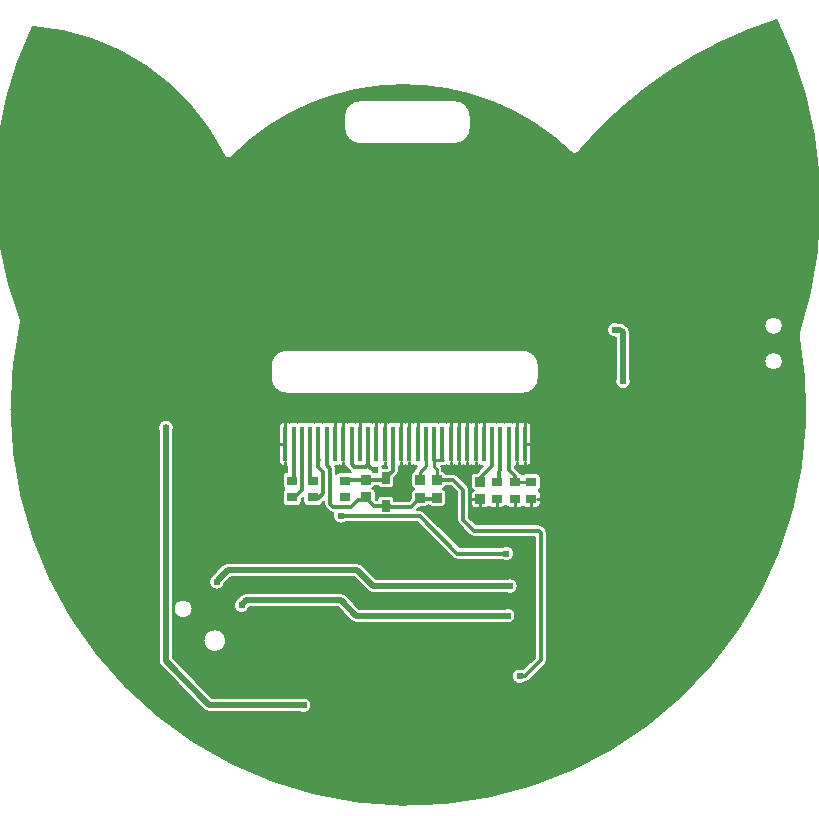
<source format=gbl>
G04 Layer: BottomLayer*
G04 EasyEDA Pro v2.2.28.1, 2024-09-30 17:42:25*
G04 Gerber Generator version 0.3*
G04 Scale: 100 percent, Rotated: No, Reflected: No*
G04 Dimensions in millimeters*
G04 Leading zeros omitted, absolute positions, 3 integers and 5 decimals*
%FSLAX35Y35*%
%MOMM*%
%ADD10C,0.2032*%
%ADD11C,0.254*%
%ADD12R,0.9X0.8*%
%ADD13R,0.9X0.8*%
%ADD14R,0.9X0.8*%
%ADD15R,0.75001X1.0*%
%ADD16R,0.8685X0.80648*%
%ADD17R,0.86401X0.80648*%
%ADD18R,0.35052X2.99999*%
%ADD19C,0.61*%
%ADD20C,0.32*%
%ADD21C,0.508*%
G75*


G04 Copper Start*
G36*
G01X3437813Y-1066054D02*
G02X5060552Y-2162085I-145048J-1964049D01*
G03X5118230Y-2171417I32148J15785D01*
G02X8001531Y-2133972I1460556J-1436981D01*
G03X8053738Y-2131336I24869J25772D01*
G02X9735241Y-1008523I2795303J-2365693D01*
G02X9922788Y-3659081I-3137174J-1553894D01*
G03X9921590Y-3676851I34012J-11219D01*
G02X3336964Y-3563756I-3303842J-614670D01*
G03X3335370Y-3542997I-34964J7756D01*
G02X3437813Y-1066054I2878327J1121547D01*
G37*
%LPC*%
G36*
G01X4889368Y-6850248D02*
G03X4932653Y-6868177I43285J43285D01*
G01X5697757Y-6868177D01*
G03X5773791Y-6861896I33551J57201D01*
G03X5793594Y-6788219I-42483J50919D01*
G03X5754062Y-6748689I-58273J-18745D01*
G03X5719352Y-6745749I-22754J-62288D01*
G01X4958008Y-6745749D01*
G01X4624639Y-6412380D01*
G01X4624639Y-4492461D01*
G03X4631340Y-4453410I-59023J30229D01*
G03X4614578Y-4417508I-65725J-8822D01*
G03X4503334Y-4439462I-51153J-33624D01*
G03X4499325Y-4460469I62282J-22770D01*
G03X4502211Y-4481659I66291J-1764D01*
G01X4502211Y-6437736D01*
G03X4520140Y-6481021I61214J0D01*
G01X4889368Y-6850248D01*
G37*
G36*
G01X4790584Y-5993610D02*
G03X4628954Y-5993610I-80815J0D01*
G03X4790584Y-5993610I80815J0D01*
G37*
G36*
G01X5074267Y-6262300D02*
G03X4882649Y-6262300I-95809J0D01*
G03X5074267Y-6262300I95809J0D01*
G37*
G36*
G01X5086443Y-5603783D02*
G03X5043158Y-5621712I0J-61214D01*
G01X4961586Y-5703284D01*
G03X4951131Y-5717258I43285J-43285D01*
G03X4966010Y-5824007I45714J-48040D01*
G03X5062343Y-5775667I30834J58710D01*
G01X5111798Y-5726211D01*
G01X6156107Y-5726211D01*
G01X6273261Y-5843365D01*
G03X6316545Y-5861294I43285J43285D01*
G01X7451587Y-5861294D01*
G03X7543404Y-5800080I25503J61214D01*
G03X7451587Y-5738866I-66314J0D01*
G01X6341901Y-5738866D01*
G01X6224747Y-5621712D01*
G03X6181463Y-5603783I-43285J-43285D01*
G01X5086443Y-5603783D01*
G37*
G36*
G01X5246976Y-5857961D02*
G03X5203691Y-5875891I0J-61214D01*
G01X5175324Y-5904258D01*
G03X5162318Y-6013584I30214J-59031D01*
G03X5268443Y-5984279I43220J50295D01*
G01X5272332Y-5980389D01*
G01X6020025Y-5980389D01*
G01X6134503Y-6094868D01*
G03X6177788Y-6112797I43285J43285D01*
G01X7432858Y-6112797D01*
G03X7524675Y-6051583I25503J61214D01*
G03X7432858Y-5990369I-66314J0D01*
G01X6203143Y-5990369D01*
G01X6088665Y-5875891D01*
G03X6045381Y-5857961I-43285J-43285D01*
G01X5246976Y-5857961D01*
G37*
G36*
G01X7722214Y-4035400D02*
G01X7722214Y-3935400D01*
G03X7586400Y-3799586I-135814J0D01*
G01X5586400Y-3799586D01*
G03X5450586Y-3935400I0J-135814D01*
G01X5450586Y-4035400D01*
G03X5586400Y-4171214I135814J0D01*
G01X7586400Y-4171214D01*
G03X7722214Y-4035400I0J135814D01*
G37*
G36*
G01X6748604Y-5170724D02*
G03X6711966Y-5155548I-36638J-36638D01*
G01X6686705Y-5155548D01*
G01X6712379Y-5129874D01*
G01X6761500Y-5129874D01*
G03X6788150Y-5117986I0J35814D01*
G03X6814800Y-5129874I26650J23926D01*
G01X6901200Y-5129874D01*
G03X6937014Y-5094060I0J35814D01*
G01X6937014Y-5013413D01*
G03X6908734Y-4978400I-35814J0D01*
G03X6936061Y-4951595I-7534J35013D01*
G01X6974417Y-4951595D01*
G01X7029351Y-5006529D01*
G01X7029683Y-5007806D01*
G01X7029683Y-5242253D01*
G03X7044859Y-5278891I51814J0D01*
G01X7133153Y-5367185D01*
G03X7169791Y-5382361I36638J36638D01*
G01X7687103Y-5382361D01*
G01X7687103Y-6406582D01*
G01X7589427Y-6504259D01*
G03X7493451Y-6570161I-30007J-59136D01*
G03X7600806Y-6615209I65968J6766D01*
G01X7603566Y-6615209D01*
G03X7640204Y-6600033I0J51814D01*
G01X7775555Y-6464683D01*
G03X7790731Y-6428045I-36638J36638D01*
G01X7790731Y-5348507D01*
G03X7775555Y-5311869I-51814J0D01*
G01X7757594Y-5293909D01*
G03X7720956Y-5278733I-36638J-36638D01*
G01X7191253Y-5278733D01*
G01X7133311Y-5220791D01*
G01X7133311Y-4995962D01*
G03X7131454Y-4982215I-51814J0D01*
G03X7116296Y-4946922I-51797J-1345D01*
G01X7032517Y-4863143D01*
G03X6995879Y-4847967I-36638J-36638D01*
G01X6933826Y-4847967D01*
G03X6905819Y-4827225I-32625J-14773D01*
G01X6905819Y-4810992D01*
G03X6897062Y-4783188I-48514J0D01*
G01X6923837Y-4783188D01*
G03X6941312Y-4778635I0J35814D01*
G03X6958787Y-4783188I17475J31261D01*
G01X6993839Y-4783188D01*
G03X7011302Y-4778643I0J35814D01*
G03X7028764Y-4783188I17463J31268D01*
G01X7063816Y-4783188D01*
G03X7081291Y-4778635I0J35814D01*
G03X7098767Y-4783188I17475J31261D01*
G01X7133819Y-4783188D01*
G03X7151294Y-4778635I0J35814D01*
G03X7168769Y-4783188I17475J31261D01*
G01X7203821Y-4783188D01*
G03X7221296Y-4778635I0J35814D01*
G03X7238771Y-4783188I17475J31261D01*
G01X7253578Y-4783188D01*
G01X7197140Y-4839626D01*
G01X7183100Y-4839626D01*
G03X7147286Y-4875440I0J-35814D01*
G01X7147286Y-4956087D01*
G03X7175566Y-4991100I35814J0D01*
G03X7147286Y-5026113I7534J-35013D01*
G01X7147286Y-5106760D01*
G03X7183100Y-5142574I35814J0D01*
G01X7269500Y-5142574D01*
G03X7297951Y-5128514I0J35814D01*
G03X7321000Y-5136916I23049J27411D01*
G01X7411000Y-5136916D01*
G03X7442200Y-5118686I0J35814D01*
G03X7473400Y-5136916I31200J17584D01*
G01X7563400Y-5136916D01*
G03X7588250Y-5126892I0J35814D01*
G03X7613100Y-5136916I24850J25790D01*
G01X7703100Y-5136916D01*
G03X7738914Y-5101102I0J35814D01*
G01X7738914Y-5021102D01*
G03X7722657Y-4991100I-35814J0D01*
G03X7738914Y-4961098I-19557J30002D01*
G01X7738914Y-4881098D01*
G03X7703100Y-4845284I-35814J0D01*
G01X7613100Y-4845284D01*
G03X7588250Y-4855308I0J-35814D01*
G03X7564379Y-4845297I-24850J-25790D01*
G03X7554438Y-4831354I-46579J-22695D01*
G01X7520859Y-4797775D01*
G01X7520859Y-4783442D01*
G01X7553833Y-4783442D01*
G03X7571308Y-4778889I0J35814D01*
G03X7588783Y-4783442I17475J31261D01*
G01X7623835Y-4783442D01*
G03X7659649Y-4747628I0J35814D01*
G01X7659649Y-4447629D01*
G03X7623835Y-4411815I-35814J0D01*
G01X7588783Y-4411815D01*
G03X7571308Y-4416368I0J-35814D01*
G03X7553833Y-4411815I-17475J-31261D01*
G01X7518781Y-4411815D01*
G03X7501397Y-4416317I0J-35814D01*
G03X7483831Y-4411713I-17566J-31210D01*
G01X7448779Y-4411713D01*
G03X7431440Y-4416190I0J-35814D01*
G03X7413828Y-4411561I-17612J-31185D01*
G01X7378776Y-4411561D01*
G03X7361301Y-4416114I0J-35814D01*
G03X7343826Y-4411561I-17475J-31261D01*
G01X7308774Y-4411561D01*
G03X7291299Y-4416114I0J-35814D01*
G03X7273823Y-4411561I-17475J-31261D01*
G01X7238771Y-4411561D01*
G03X7221296Y-4416114I0J-35814D01*
G03X7203821Y-4411561I-17475J-31261D01*
G01X7168769Y-4411561D01*
G03X7151294Y-4416114I0J-35814D01*
G03X7133819Y-4411561I-17475J-31261D01*
G01X7098767Y-4411561D01*
G03X7081291Y-4416114I0J-35814D01*
G03X7063816Y-4411561I-17475J-31261D01*
G01X7028764Y-4411561D01*
G03X7011302Y-4416107I0J-35814D01*
G03X6993839Y-4411561I-17462J-31268D01*
G01X6958787Y-4411561D01*
G03X6941312Y-4416114I0J-35814D01*
G03X6923837Y-4411561I-17475J-31261D01*
G01X6888785Y-4411561D01*
G03X6871310Y-4416114I0J-35814D01*
G03X6853834Y-4411561I-17475J-31261D01*
G01X6818782Y-4411561D01*
G03X6801307Y-4416114I0J-35814D01*
G03X6783832Y-4411561I-17475J-31261D01*
G01X6748780Y-4411561D01*
G03X6731305Y-4416114I0J-35814D01*
G03X6713830Y-4411561I-17475J-31261D01*
G01X6678778Y-4411561D01*
G03X6661302Y-4416114I0J-35814D01*
G03X6643827Y-4411561I-17475J-31261D01*
G01X6608775Y-4411561D01*
G03X6591300Y-4416114I0J-35814D01*
G03X6573825Y-4411561I-17475J-31261D01*
G01X6538773Y-4411561D01*
G03X6521298Y-4416114I0J-35814D01*
G03X6503822Y-4411561I-17475J-31261D01*
G01X6468770Y-4411561D01*
G03X6451295Y-4416114I0J-35814D01*
G03X6433820Y-4411561I-17475J-31261D01*
G01X6398768Y-4411561D01*
G03X6381293Y-4416114I0J-35814D01*
G03X6363818Y-4411561I-17475J-31261D01*
G01X6328766Y-4411561D01*
G03X6311290Y-4416114I0J-35814D01*
G03X6293815Y-4411561I-17475J-31261D01*
G01X6258763Y-4411561D01*
G03X6241301Y-4416107I0J-35814D01*
G03X6223838Y-4411561I-17462J-31268D01*
G01X6188786Y-4411561D01*
G03X6171311Y-4416114I0J-35814D01*
G03X6153836Y-4411561I-17475J-31261D01*
G01X6118784Y-4411561D01*
G03X6101309Y-4416114I0J-35814D01*
G03X6083833Y-4411561I-17475J-31261D01*
G01X6048781Y-4411561D01*
G03X6031306Y-4416114I0J-35814D01*
G03X6013831Y-4411561I-17475J-31261D01*
G01X5978779Y-4411561D01*
G03X5961304Y-4416114I0J-35814D01*
G03X5943829Y-4411561I-17475J-31261D01*
G01X5908777Y-4411561D01*
G03X5891301Y-4416114I0J-35814D01*
G03X5873826Y-4411561I-17475J-31261D01*
G01X5838774Y-4411561D01*
G03X5821299Y-4416114I0J-35814D01*
G03X5803824Y-4411561I-17475J-31261D01*
G01X5768772Y-4411561D01*
G03X5751297Y-4416114I0J-35814D01*
G03X5733821Y-4411561I-17475J-31261D01*
G01X5698769Y-4411561D01*
G03X5681294Y-4416114I0J-35814D01*
G03X5663819Y-4411561I-17475J-31261D01*
G01X5628767Y-4411561D01*
G03X5611474Y-4416013I0J-35814D01*
G03X5593817Y-4411358I-17657J-31159D01*
G01X5558765Y-4411358D01*
G03X5522951Y-4447172I0J-35814D01*
G01X5522951Y-4747171D01*
G03X5558765Y-4782985I35814J0D01*
G01X5593559Y-4782985D01*
G01X5593559Y-4832812D01*
G01X5588453Y-4832812D01*
G03X5552639Y-4868626I0J-35814D01*
G01X5552639Y-4948626D01*
G03X5568896Y-4978629I35814J0D01*
G03X5552639Y-5008631I19557J-30002D01*
G01X5552639Y-5088631D01*
G03X5588453Y-5124445I35814J0D01*
G01X5678453Y-5124445D01*
G03X5714267Y-5088631I0J35814D01*
G01X5714267Y-5059457D01*
G01X5728602Y-5045121D01*
G01X5728602Y-5088622D01*
G03X5764416Y-5124436I35814J0D01*
G01X5854416Y-5124436D01*
G03X5889372Y-5096414I0J35814D01*
G03X5895144Y-5091436I-30867J41617D01*
G01X5903376Y-5083204D01*
G01X5903376Y-5105462D01*
G03X5918552Y-5142100I51814J0D01*
G01X5943444Y-5166992D01*
G03X5980082Y-5182168I36638J36638D01*
G01X5982948Y-5182168D01*
G03X6004514Y-5260423I61342J-25194D01*
G03X6085676Y-5259176I39776J53061D01*
G01X6690504Y-5259176D01*
G01X6992853Y-5561525D01*
G03X7029491Y-5576701I36638J36638D01*
G01X7405492Y-5576701D01*
G03X7513193Y-5524887I41387J51814D01*
G03X7405492Y-5473073I-66314J0D01*
G01X7050953Y-5473073D01*
G01X6748604Y-5170724D01*
G37*
G36*
G01X7144514Y-1922400D02*
G01X7144514Y-1822400D01*
G03X7008700Y-1686586I-135814J0D01*
G01X6208700Y-1686586D01*
G03X6072886Y-1822400I0J-135814D01*
G01X6072886Y-1922400D01*
G03X6208700Y-2058214I135814J0D01*
G01X7008700Y-2058214D01*
G03X7144514Y-1922400I0J135814D01*
G37*
G36*
G01X8373038Y-4042162D02*
G03X8434252Y-4133979I61214J-25503D01*
G03X8495466Y-4042162I0J66314D01*
G01X8495466Y-3652849D01*
G03X8477536Y-3609564I-61214J0D01*
G01X8454749Y-3586777D01*
G03X8411464Y-3568848I-43285J-43285D01*
G01X8391751Y-3568848D01*
G03X8300640Y-3620409I-25503J-61214D01*
G03X8373038Y-3696028I65608J-9653D01*
G01X8373038Y-4042162D01*
G37*
G36*
G01X9787844Y-3896500D02*
G03X9631218Y-3896500I-78313J0D01*
G03X9787844Y-3896500I78313J0D01*
G37*
G36*
G01X9787844Y-3596500D02*
G03X9631218Y-3596500I-78313J0D01*
G03X9787844Y-3596500I78313J0D01*
G37*
%LPD*%
G36*
G01X6013831Y-4783188D02*
G03X6031306Y-4778635I0J35814D01*
G03X6048781Y-4783188I17475J31261D01*
G01X6083833Y-4783188D01*
G03X6087146Y-4783035I0J35814D01*
G03X6100034Y-4804443I49525J15229D01*
G01X6123817Y-4828226D01*
G03X6128772Y-4832587I36638J36638D01*
G01X6128300Y-4832584D01*
G01X6038300Y-4832584D01*
G03X6007004Y-4850986I0J-35814D01*
G01X6007004Y-4808824D01*
G03X6000217Y-4783188I-51814J0D01*
G01X6013831Y-4783188D01*
G37*
G36*
G01X6573825Y-4783188D02*
G03X6591300Y-4778635I0J35814D01*
G03X6608775Y-4783188I17475J31261D01*
G01X6643827Y-4783188D01*
G03X6661302Y-4778635I0J35814D01*
G03X6678778Y-4783188I17475J31261D01*
G01X6693621Y-4783188D01*
G01X6680304Y-4796506D01*
G03X6666173Y-4828056I34305J-34305D01*
G03X6639286Y-4862740I8927J-34684D01*
G01X6639286Y-4943387D01*
G03X6667566Y-4978400I35814J0D01*
G03X6639286Y-5013413I7534J-35013D01*
G01X6639286Y-5056415D01*
G01X6619580Y-5076121D01*
G01X6499515Y-5076121D01*
G01X6499515Y-5071059D01*
G03X6463701Y-5035245I-35814J0D01*
G01X6388699Y-5035245D01*
G03X6352885Y-5071059I0J-35814D01*
G01X6352885Y-5071921D01*
G01X6346965Y-5071921D01*
G01X6339992Y-5064948D01*
G01X6339992Y-5009107D01*
G03X6311712Y-4974095I-35814J0D01*
G03X6337585Y-4951991I-7534J35013D01*
G01X6356389Y-4951991D01*
G03X6388699Y-4972355I32310J15450D01*
G01X6463701Y-4972355D01*
G03X6499515Y-4936541I0J35814D01*
G01X6499515Y-4882938D01*
G01X6523725Y-4858728D01*
G03X6538901Y-4822090I-36638J36638D01*
G01X6538901Y-4783188D01*
G01X6573825Y-4783188D01*
G37*
G36*
G01X6398768Y-4783188D02*
G01X6433820Y-4783188D01*
G01X6435198Y-4783162D01*
G01X6435174Y-4800727D01*
G01X6402606Y-4800727D01*
G03X6396093Y-4783088I-64837J-13917D01*
G03X6398768Y-4783188I2675J35714D01*
G37*
G54D10*
G01X3437813Y-1066054D02*
G02X5060552Y-2162085I-145048J-1964049D01*
G03X5118230Y-2171417I32148J15785D01*
G02X8001531Y-2133972I1460556J-1436981D01*
G03X8053738Y-2131336I24869J25772D01*
G02X9735241Y-1008523I2795303J-2365693D01*
G02X9922788Y-3659081I-3137174J-1553894D01*
G03X9921590Y-3676851I34012J-11219D01*
G02X3336964Y-3563756I-3303842J-614670D01*
G03X3335370Y-3542997I-34964J7756D01*
G02X3437813Y-1066054I2878327J1121547D01*
G01X4889368Y-6850248D02*
G03X4932653Y-6868177I43285J43285D01*
G01X5697757Y-6868177D01*
G03X5773791Y-6861896I33551J57201D01*
G03X5793594Y-6788219I-42483J50919D01*
G03X5754062Y-6748689I-58273J-18745D01*
G03X5719352Y-6745749I-22754J-62288D01*
G01X4958008Y-6745749D01*
G01X4624639Y-6412380D01*
G01X4624639Y-4492461D01*
G03X4631340Y-4453410I-59023J30229D01*
G03X4614578Y-4417508I-65725J-8822D01*
G03X4503334Y-4439462I-51153J-33624D01*
G03X4499325Y-4460469I62282J-22770D01*
G03X4502211Y-4481659I66291J-1764D01*
G01X4502211Y-6437736D01*
G03X4520140Y-6481021I61214J0D01*
G01X4889368Y-6850248D01*
G01X4790584Y-5993610D02*
G03X4628954Y-5993610I-80815J0D01*
G03X4790584Y-5993610I80815J0D01*
G01X5074267Y-6262300D02*
G03X4882649Y-6262300I-95809J0D01*
G03X5074267Y-6262300I95809J0D01*
G01X5086443Y-5603783D02*
G03X5043158Y-5621712I0J-61214D01*
G01X4961586Y-5703284D01*
G03X4951131Y-5717258I43285J-43285D01*
G03X4966010Y-5824007I45714J-48040D01*
G03X5062343Y-5775667I30834J58710D01*
G01X5111798Y-5726211D01*
G01X6156107Y-5726211D01*
G01X6273261Y-5843365D01*
G03X6316545Y-5861294I43285J43285D01*
G01X7451587Y-5861294D01*
G03X7543404Y-5800080I25503J61214D01*
G03X7451587Y-5738866I-66314J0D01*
G01X6341901Y-5738866D01*
G01X6224747Y-5621712D01*
G03X6181463Y-5603783I-43285J-43285D01*
G01X5086443Y-5603783D01*
G01X5246976Y-5857961D02*
G03X5203691Y-5875891I0J-61214D01*
G01X5175324Y-5904258D01*
G03X5162318Y-6013584I30214J-59031D01*
G03X5268443Y-5984279I43220J50295D01*
G01X5272332Y-5980389D01*
G01X6020025Y-5980389D01*
G01X6134503Y-6094868D01*
G03X6177788Y-6112797I43285J43285D01*
G01X7432858Y-6112797D01*
G03X7524675Y-6051583I25503J61214D01*
G03X7432858Y-5990369I-66314J0D01*
G01X6203143Y-5990369D01*
G01X6088665Y-5875891D01*
G03X6045381Y-5857961I-43285J-43285D01*
G01X5246976Y-5857961D01*
G01X7722214Y-4035400D02*
G01X7722214Y-3935400D01*
G03X7586400Y-3799586I-135814J0D01*
G01X5586400Y-3799586D01*
G03X5450586Y-3935400I0J-135814D01*
G01X5450586Y-4035400D01*
G03X5586400Y-4171214I135814J0D01*
G01X7586400Y-4171214D01*
G03X7722214Y-4035400I0J135814D01*
G01X6748604Y-5170724D02*
G03X6711966Y-5155548I-36638J-36638D01*
G01X6686705Y-5155548D01*
G01X6712379Y-5129874D01*
G01X6761500Y-5129874D01*
G03X6788150Y-5117986I0J35814D01*
G03X6814800Y-5129874I26650J23926D01*
G01X6901200Y-5129874D01*
G03X6937014Y-5094060I0J35814D01*
G01X6937014Y-5013413D01*
G03X6908734Y-4978400I-35814J0D01*
G03X6936061Y-4951595I-7534J35013D01*
G01X6974417Y-4951595D01*
G01X7029351Y-5006529D01*
G01X7029683Y-5007806D01*
G01X7029683Y-5242253D01*
G03X7044859Y-5278891I51814J0D01*
G01X7133153Y-5367185D01*
G03X7169791Y-5382361I36638J36638D01*
G01X7687103Y-5382361D01*
G01X7687103Y-6406582D01*
G01X7589427Y-6504259D01*
G03X7493451Y-6570161I-30007J-59136D01*
G03X7600806Y-6615209I65968J6766D01*
G01X7603566Y-6615209D01*
G03X7640204Y-6600033I0J51814D01*
G01X7775555Y-6464683D01*
G03X7790731Y-6428045I-36638J36638D01*
G01X7790731Y-5348507D01*
G03X7775555Y-5311869I-51814J0D01*
G01X7757594Y-5293909D01*
G03X7720956Y-5278733I-36638J-36638D01*
G01X7191253Y-5278733D01*
G01X7133311Y-5220791D01*
G01X7133311Y-4995962D01*
G03X7131454Y-4982215I-51814J0D01*
G03X7116296Y-4946922I-51797J-1345D01*
G01X7032517Y-4863143D01*
G03X6995879Y-4847967I-36638J-36638D01*
G01X6933826Y-4847967D01*
G03X6905819Y-4827225I-32625J-14773D01*
G01X6905819Y-4810992D01*
G03X6897062Y-4783188I-48514J0D01*
G01X6923837Y-4783188D01*
G03X6941312Y-4778635I0J35814D01*
G03X6958787Y-4783188I17475J31261D01*
G01X6993839Y-4783188D01*
G03X7011302Y-4778643I0J35814D01*
G03X7028764Y-4783188I17463J31268D01*
G01X7063816Y-4783188D01*
G03X7081291Y-4778635I0J35814D01*
G03X7098767Y-4783188I17475J31261D01*
G01X7133819Y-4783188D01*
G03X7151294Y-4778635I0J35814D01*
G03X7168769Y-4783188I17475J31261D01*
G01X7203821Y-4783188D01*
G03X7221296Y-4778635I0J35814D01*
G03X7238771Y-4783188I17475J31261D01*
G01X7253578Y-4783188D01*
G01X7197140Y-4839626D01*
G01X7183100Y-4839626D01*
G03X7147286Y-4875440I0J-35814D01*
G01X7147286Y-4956087D01*
G03X7175566Y-4991100I35814J0D01*
G03X7147286Y-5026113I7534J-35013D01*
G01X7147286Y-5106760D01*
G03X7183100Y-5142574I35814J0D01*
G01X7269500Y-5142574D01*
G03X7297951Y-5128514I0J35814D01*
G03X7321000Y-5136916I23049J27411D01*
G01X7411000Y-5136916D01*
G03X7442200Y-5118686I0J35814D01*
G03X7473400Y-5136916I31200J17584D01*
G01X7563400Y-5136916D01*
G03X7588250Y-5126892I0J35814D01*
G03X7613100Y-5136916I24850J25790D01*
G01X7703100Y-5136916D01*
G03X7738914Y-5101102I0J35814D01*
G01X7738914Y-5021102D01*
G03X7722657Y-4991100I-35814J0D01*
G03X7738914Y-4961098I-19557J30002D01*
G01X7738914Y-4881098D01*
G03X7703100Y-4845284I-35814J0D01*
G01X7613100Y-4845284D01*
G03X7588250Y-4855308I0J-35814D01*
G03X7564379Y-4845297I-24850J-25790D01*
G03X7554438Y-4831354I-46579J-22695D01*
G01X7520859Y-4797775D01*
G01X7520859Y-4783442D01*
G01X7553833Y-4783442D01*
G03X7571308Y-4778889I0J35814D01*
G03X7588783Y-4783442I17475J31261D01*
G01X7623835Y-4783442D01*
G03X7659649Y-4747628I0J35814D01*
G01X7659649Y-4447629D01*
G03X7623835Y-4411815I-35814J0D01*
G01X7588783Y-4411815D01*
G03X7571308Y-4416368I0J-35814D01*
G03X7553833Y-4411815I-17475J-31261D01*
G01X7518781Y-4411815D01*
G03X7501397Y-4416317I0J-35814D01*
G03X7483831Y-4411713I-17566J-31210D01*
G01X7448779Y-4411713D01*
G03X7431440Y-4416190I0J-35814D01*
G03X7413828Y-4411561I-17612J-31185D01*
G01X7378776Y-4411561D01*
G03X7361301Y-4416114I0J-35814D01*
G03X7343826Y-4411561I-17475J-31261D01*
G01X7308774Y-4411561D01*
G03X7291299Y-4416114I0J-35814D01*
G03X7273823Y-4411561I-17475J-31261D01*
G01X7238771Y-4411561D01*
G03X7221296Y-4416114I0J-35814D01*
G03X7203821Y-4411561I-17475J-31261D01*
G01X7168769Y-4411561D01*
G03X7151294Y-4416114I0J-35814D01*
G03X7133819Y-4411561I-17475J-31261D01*
G01X7098767Y-4411561D01*
G03X7081291Y-4416114I0J-35814D01*
G03X7063816Y-4411561I-17475J-31261D01*
G01X7028764Y-4411561D01*
G03X7011302Y-4416107I0J-35814D01*
G03X6993839Y-4411561I-17462J-31268D01*
G01X6958787Y-4411561D01*
G03X6941312Y-4416114I0J-35814D01*
G03X6923837Y-4411561I-17475J-31261D01*
G01X6888785Y-4411561D01*
G03X6871310Y-4416114I0J-35814D01*
G03X6853834Y-4411561I-17475J-31261D01*
G01X6818782Y-4411561D01*
G03X6801307Y-4416114I0J-35814D01*
G03X6783832Y-4411561I-17475J-31261D01*
G01X6748780Y-4411561D01*
G03X6731305Y-4416114I0J-35814D01*
G03X6713830Y-4411561I-17475J-31261D01*
G01X6678778Y-4411561D01*
G03X6661302Y-4416114I0J-35814D01*
G03X6643827Y-4411561I-17475J-31261D01*
G01X6608775Y-4411561D01*
G03X6591300Y-4416114I0J-35814D01*
G03X6573825Y-4411561I-17475J-31261D01*
G01X6538773Y-4411561D01*
G03X6521298Y-4416114I0J-35814D01*
G03X6503822Y-4411561I-17475J-31261D01*
G01X6468770Y-4411561D01*
G03X6451295Y-4416114I0J-35814D01*
G03X6433820Y-4411561I-17475J-31261D01*
G01X6398768Y-4411561D01*
G03X6381293Y-4416114I0J-35814D01*
G03X6363818Y-4411561I-17475J-31261D01*
G01X6328766Y-4411561D01*
G03X6311290Y-4416114I0J-35814D01*
G03X6293815Y-4411561I-17475J-31261D01*
G01X6258763Y-4411561D01*
G03X6241301Y-4416107I0J-35814D01*
G03X6223838Y-4411561I-17462J-31268D01*
G01X6188786Y-4411561D01*
G03X6171311Y-4416114I0J-35814D01*
G03X6153836Y-4411561I-17475J-31261D01*
G01X6118784Y-4411561D01*
G03X6101309Y-4416114I0J-35814D01*
G03X6083833Y-4411561I-17475J-31261D01*
G01X6048781Y-4411561D01*
G03X6031306Y-4416114I0J-35814D01*
G03X6013831Y-4411561I-17475J-31261D01*
G01X5978779Y-4411561D01*
G03X5961304Y-4416114I0J-35814D01*
G03X5943829Y-4411561I-17475J-31261D01*
G01X5908777Y-4411561D01*
G03X5891301Y-4416114I0J-35814D01*
G03X5873826Y-4411561I-17475J-31261D01*
G01X5838774Y-4411561D01*
G03X5821299Y-4416114I0J-35814D01*
G03X5803824Y-4411561I-17475J-31261D01*
G01X5768772Y-4411561D01*
G03X5751297Y-4416114I0J-35814D01*
G03X5733821Y-4411561I-17475J-31261D01*
G01X5698769Y-4411561D01*
G03X5681294Y-4416114I0J-35814D01*
G03X5663819Y-4411561I-17475J-31261D01*
G01X5628767Y-4411561D01*
G03X5611474Y-4416013I0J-35814D01*
G03X5593817Y-4411358I-17657J-31159D01*
G01X5558765Y-4411358D01*
G03X5522951Y-4447172I0J-35814D01*
G01X5522951Y-4747171D01*
G03X5558765Y-4782985I35814J0D01*
G01X5593559Y-4782985D01*
G01X5593559Y-4832812D01*
G01X5588453Y-4832812D01*
G03X5552639Y-4868626I0J-35814D01*
G01X5552639Y-4948626D01*
G03X5568896Y-4978629I35814J0D01*
G03X5552639Y-5008631I19557J-30002D01*
G01X5552639Y-5088631D01*
G03X5588453Y-5124445I35814J0D01*
G01X5678453Y-5124445D01*
G03X5714267Y-5088631I0J35814D01*
G01X5714267Y-5059457D01*
G01X5728602Y-5045121D01*
G01X5728602Y-5088622D01*
G03X5764416Y-5124436I35814J0D01*
G01X5854416Y-5124436D01*
G03X5889372Y-5096414I0J35814D01*
G03X5895144Y-5091436I-30867J41617D01*
G01X5903376Y-5083204D01*
G01X5903376Y-5105462D01*
G03X5918552Y-5142100I51814J0D01*
G01X5943444Y-5166992D01*
G03X5980082Y-5182168I36638J36638D01*
G01X5982948Y-5182168D01*
G03X6004514Y-5260423I61342J-25194D01*
G03X6085676Y-5259176I39776J53061D01*
G01X6690504Y-5259176D01*
G01X6992853Y-5561525D01*
G03X7029491Y-5576701I36638J36638D01*
G01X7405492Y-5576701D01*
G03X7513193Y-5524887I41387J51814D01*
G03X7405492Y-5473073I-66314J0D01*
G01X7050953Y-5473073D01*
G01X6748604Y-5170724D01*
G01X7144514Y-1922400D02*
G01X7144514Y-1822400D01*
G03X7008700Y-1686586I-135814J0D01*
G01X6208700Y-1686586D01*
G03X6072886Y-1822400I0J-135814D01*
G01X6072886Y-1922400D01*
G03X6208700Y-2058214I135814J0D01*
G01X7008700Y-2058214D01*
G03X7144514Y-1922400I0J135814D01*
G01X8373038Y-4042162D02*
G03X8434252Y-4133979I61214J-25503D01*
G03X8495466Y-4042162I0J66314D01*
G01X8495466Y-3652849D01*
G03X8477536Y-3609564I-61214J0D01*
G01X8454749Y-3586777D01*
G03X8411464Y-3568848I-43285J-43285D01*
G01X8391751Y-3568848D01*
G03X8300640Y-3620409I-25503J-61214D01*
G03X8373038Y-3696028I65608J-9653D01*
G01X8373038Y-4042162D01*
G01X9787844Y-3896500D02*
G03X9631218Y-3896500I-78313J0D01*
G03X9787844Y-3896500I78313J0D01*
G01X9787844Y-3596500D02*
G03X9631218Y-3596500I-78313J0D01*
G03X9787844Y-3596500I78313J0D01*
G01X6013831Y-4783188D02*
G03X6031306Y-4778635I0J35814D01*
G03X6048781Y-4783188I17475J31261D01*
G01X6083833Y-4783188D01*
G03X6087146Y-4783035I0J35814D01*
G03X6100034Y-4804443I49525J15229D01*
G01X6123817Y-4828226D01*
G03X6128772Y-4832587I36638J36638D01*
G01X6128300Y-4832584D01*
G01X6038300Y-4832584D01*
G03X6007004Y-4850986I0J-35814D01*
G01X6007004Y-4808824D01*
G03X6000217Y-4783188I-51814J0D01*
G01X6013831Y-4783188D01*
G01X6573825Y-4783188D02*
G03X6591300Y-4778635I0J35814D01*
G03X6608775Y-4783188I17475J31261D01*
G01X6643827Y-4783188D01*
G03X6661302Y-4778635I0J35814D01*
G03X6678778Y-4783188I17475J31261D01*
G01X6693621Y-4783188D01*
G01X6680304Y-4796506D01*
G03X6666173Y-4828056I34305J-34305D01*
G03X6639286Y-4862740I8927J-34684D01*
G01X6639286Y-4943387D01*
G03X6667566Y-4978400I35814J0D01*
G03X6639286Y-5013413I7534J-35013D01*
G01X6639286Y-5056415D01*
G01X6619580Y-5076121D01*
G01X6499515Y-5076121D01*
G01X6499515Y-5071059D01*
G03X6463701Y-5035245I-35814J0D01*
G01X6388699Y-5035245D01*
G03X6352885Y-5071059I0J-35814D01*
G01X6352885Y-5071921D01*
G01X6346965Y-5071921D01*
G01X6339992Y-5064948D01*
G01X6339992Y-5009107D01*
G03X6311712Y-4974095I-35814J0D01*
G03X6337585Y-4951991I-7534J35013D01*
G01X6356389Y-4951991D01*
G03X6388699Y-4972355I32310J15450D01*
G01X6463701Y-4972355D01*
G03X6499515Y-4936541I0J35814D01*
G01X6499515Y-4882938D01*
G01X6523725Y-4858728D01*
G03X6538901Y-4822090I-36638J36638D01*
G01X6538901Y-4783188D01*
G01X6573825Y-4783188D01*
G01X6398768Y-4783188D02*
G01X6433820Y-4783188D01*
G01X6435198Y-4783162D01*
G01X6435174Y-4800727D01*
G01X6402606Y-4800727D01*
G03X6396093Y-4783088I-64837J-13917D01*
G03X6398768Y-4783188I2675J35714D01*
G54D11*
G01X6626301Y-4447629D02*
G01X6626301Y-4421721D01*
G01X6626301Y-4747120D02*
G01X6626301Y-4773028D01*
G01X6556299Y-4447629D02*
G01X6556299Y-4421721D01*
G01X6556299Y-4747120D02*
G01X6556299Y-4773028D01*
G01X6416294Y-4447629D02*
G01X6416294Y-4421721D01*
G01X6416294Y-4747120D02*
G01X6416294Y-4773028D01*
G01X6346292Y-4447629D02*
G01X6346292Y-4421721D01*
G01X6066307Y-4447629D02*
G01X6066307Y-4421721D01*
G01X6066307Y-4747120D02*
G01X6066307Y-4773028D01*
G01X6696304Y-4447629D02*
G01X6696304Y-4421721D01*
G01X6206312Y-4447629D02*
G01X6206312Y-4421721D01*
G01X5996305Y-4447629D02*
G01X5996305Y-4421721D01*
G01X5576291Y-4447426D02*
G01X5576291Y-4421518D01*
G01X5576291Y-4746917D02*
G01X5576291Y-4772825D01*
G01X5559019Y-4597171D02*
G01X5533111Y-4597171D01*
G01X6976313Y-4447629D02*
G01X6976313Y-4421721D01*
G01X6976313Y-4747120D02*
G01X6976313Y-4773028D01*
G01X7046290Y-4447629D02*
G01X7046290Y-4421721D01*
G01X7046290Y-4747120D02*
G01X7046290Y-4773028D01*
G01X7116293Y-4447629D02*
G01X7116293Y-4421721D01*
G01X7116293Y-4747120D02*
G01X7116293Y-4773028D01*
G01X7186295Y-4447629D02*
G01X7186295Y-4421721D01*
G01X7186295Y-4747120D02*
G01X7186295Y-4773028D01*
G01X7226300Y-5106506D02*
G01X7226300Y-5132414D01*
G01X7183354Y-5066436D02*
G01X7157446Y-5066436D01*
G01X7256297Y-4447629D02*
G01X7256297Y-4421721D01*
G01X7366000Y-5100848D02*
G01X7366000Y-5126756D01*
G01X7518400Y-5100848D02*
G01X7518400Y-5126756D01*
G01X7536307Y-4447883D02*
G01X7536307Y-4421975D01*
G01X7536307Y-4747374D02*
G01X7536307Y-4773282D01*
G01X7606309Y-4447883D02*
G01X7606309Y-4421975D01*
G01X7606309Y-4747374D02*
G01X7606309Y-4773282D01*
G01X7623581Y-4597629D02*
G01X7649489Y-4597629D01*
G01X7658100Y-5100848D02*
G01X7658100Y-5126756D01*
G01X7702846Y-5061102D02*
G01X7728754Y-5061102D01*
G04 Copper End*

G04 Pad Start*
G54D12*
G01X5633453Y-5048631D03*
G01X5633453Y-4908626D03*
G54D13*
G01X5809416Y-5048622D03*
G01X5809416Y-4908618D03*
G01X7518400Y-5061102D03*
G01X7518400Y-4921098D03*
G01X7366000Y-5061102D03*
G01X7366000Y-4921098D03*
G01X7658100Y-5061102D03*
G01X7658100Y-4921098D03*
G54D14*
G01X6083300Y-4908398D03*
G01X6083300Y-5048402D03*
G54D15*
G01X6426200Y-4886541D03*
G01X6426200Y-5121059D03*
G54D17*
G01X7226300Y-4915764D03*
G01X7226300Y-5066436D03*
G01X6718300Y-4903064D03*
G01X6718300Y-5053736D03*
G01X6858000Y-4903064D03*
G01X6858000Y-5053736D03*
G01X6260978Y-4898758D03*
G01X6260978Y-5049431D03*
G54D18*
G01X5576291Y-4597171D03*
G01X5646293Y-4597375D03*
G01X5716295Y-4597375D03*
G01X5786298Y-4597375D03*
G01X5856300Y-4597375D03*
G01X5926303Y-4597375D03*
G01X5996305Y-4597375D03*
G01X6066307Y-4597375D03*
G01X6136310Y-4597375D03*
G01X6206312Y-4597375D03*
G01X6276289Y-4597375D03*
G01X6346292Y-4597375D03*
G01X6486296Y-4597375D03*
G01X6556299Y-4597375D03*
G01X6626301Y-4597375D03*
G01X6696304Y-4597375D03*
G01X6766306Y-4597375D03*
G01X6836308Y-4597375D03*
G01X6906311Y-4597375D03*
G01X7046290Y-4597375D03*
G01X7116293Y-4597375D03*
G01X7186295Y-4597375D03*
G01X7256297Y-4597375D03*
G01X7326300Y-4597375D03*
G01X7396302Y-4597375D03*
G01X7466305Y-4597527D03*
G01X7536307Y-4597629D03*
G01X7606309Y-4597629D03*
G01X6416294Y-4597375D03*
G01X6976313Y-4597375D03*
G04 Pad End*

G04 Via Start*
G54D19*
G01X6719454Y-4910283D03*
G01X8434252Y-4067665D03*
G01X8366248Y-3630062D03*
G01X7559419Y-6563395D03*
G01X6044290Y-5207362D03*
G01X7446879Y-5524887D03*
G01X5205538Y-5963289D03*
G01X4996844Y-5765298D03*
G01X7458361Y-6051583D03*
G01X7477090Y-5800080D03*
G01X6429617Y-5134097D03*
G01X4565616Y-4462232D03*
G01X9093719Y-4771620D03*
G01X5258301Y-4984661D03*
G01X4670569Y-5155303D03*
G01X5735443Y-7078809D03*
G01X5095315Y-5866779D03*
G01X9222034Y-5286851D03*
G01X8864847Y-6073466D03*
G01X7654406Y-5060683D03*
G01X6084743Y-5044926D03*
G01X8753021Y-3531041D03*
G01X9156139Y-3754897D03*
G01X8936743Y-4088450D03*
G01X6337768Y-4814644D03*
G01X5731308Y-6810977D03*
G04 Via End*

G04 Track Start*
G54D11*
G01X7518400Y-4921098D02*
G01X7658100Y-4921098D01*
G54D20*
G01X7517800Y-4867992D02*
G01X7517800Y-4909611D01*
G01X7469045Y-4688432D02*
G01X7469045Y-4819237D01*
G01X7517800Y-4867992D01*
G01X5858506Y-5054798D02*
G01X5806184Y-5054798D01*
G01X6273834Y-4900177D02*
G01X6418909Y-4900177D01*
G01X6430801Y-4888286D01*
G01X6487087Y-4730130D02*
G01X6487087Y-4822090D01*
G01X6429215Y-4879962D01*
G01X6728878Y-5059918D02*
G01X6873160Y-5059918D01*
G01X6873953Y-5059125D01*
G54D11*
G01X6764552Y-4733301D02*
G01X6764552Y-4780867D01*
G01X6714608Y-4830811D01*
G01X6834315Y-4784038D02*
G01X6838279Y-4788002D01*
G01X6838279Y-4791965D02*
G01X6857305Y-4810992D01*
G01X6714608Y-4830811D02*
G01X6714608Y-4898812D01*
G01X6719454Y-4910283D02*
G01X6719454Y-4898812D01*
G01X6857305Y-4810992D02*
G01X6857305Y-4895817D01*
G54D21*
G01X8434252Y-4067665D02*
G01X8434252Y-3652849D01*
G01X8411464Y-3630062D01*
G01X8366248Y-3630062D01*
G54D20*
G01X7081497Y-5242253D02*
G01X7169791Y-5330547D01*
G01X7720956Y-5330547D01*
G01X7738917Y-5348507D01*
G01X7738917Y-6428045D01*
G01X7603566Y-6563395D01*
G01X7559419Y-6563395D01*
G01X6856750Y-4899781D02*
G01X6995879Y-4899781D01*
G01X7079658Y-4983560D01*
G01X7079658Y-4994123D01*
G01X7081497Y-4995962D01*
G01X7081497Y-5242253D01*
G01X7029491Y-5524887D02*
G01X7446879Y-5524887D01*
G54D11*
G01X6834315Y-4733301D02*
G01X6834315Y-4784038D01*
G54D21*
G01X6177788Y-6051583D02*
G01X7458361Y-6051583D01*
G01X5205538Y-5960614D02*
G01X5246976Y-5919175D01*
G01X6045381Y-5919175D01*
G01X6177788Y-6051583D01*
G01X5004871Y-5746569D02*
G01X5086443Y-5664997D01*
G01X6181463Y-5664997D01*
G01X6316545Y-5800080D01*
G01X7477090Y-5800080D01*
G54D20*
G01X5638515Y-5061933D02*
G01X5715809Y-4984639D01*
G01X5715809Y-4717083D01*
G01X5717237Y-4715655D01*
G01X5645373Y-4896919D02*
G01X5633759Y-4908534D01*
G01X5645373Y-4719461D02*
G01X5645373Y-4896919D01*
G01X5648016Y-4719883D02*
G01X5645795Y-4719883D01*
G01X5645373Y-4719461D01*
G01X5788479Y-4727961D02*
G01X5788479Y-4902720D01*
G54D11*
G01X5788479Y-4902720D02*
G01X5800238Y-4914480D01*
G54D20*
G01X5859242Y-4731070D02*
G01X5856071Y-4734241D01*
G01X5856071Y-4796076D01*
G01X5897158Y-4837164D01*
G01X5897158Y-5016145D01*
G01X5858506Y-5054798D01*
G54D11*
G01X6839501Y-4738030D02*
G01X6844258Y-4733274D01*
G01X6909651Y-4733274D01*
G54D20*
G01X6089220Y-4907015D02*
G01X6094770Y-4901465D01*
G01X6254114Y-4901465D01*
G01X6273042Y-5045252D02*
G01X6273042Y-5071273D01*
G01X6325503Y-5123735D01*
G01X6444278Y-5123735D01*
G01X6463936Y-5127935D02*
G01X6641042Y-5127935D01*
G01X6712230Y-5056747D01*
G01X7360360Y-4898393D02*
G01X7383413Y-4898393D01*
G01X7385332Y-4896475D01*
G01X7385332Y-4830411D01*
G01X7397223Y-4818520D01*
G01X7397223Y-4731914D01*
G01X7327064Y-4782978D02*
G01X7327064Y-4730725D01*
G01X7247392Y-4903150D02*
G01X7227142Y-4882900D01*
G01X7327064Y-4782978D01*
G01X6044290Y-5207362D02*
G01X6711966Y-5207362D01*
G01X7029491Y-5524887D01*
G01X6276198Y-4731339D02*
G01X6276198Y-4769919D01*
G01X6160455Y-4791588D02*
G01X6254529Y-4791588D01*
G01X6136672Y-4767805D02*
G01X6160455Y-4791588D01*
G01X6136672Y-4723939D02*
G01X6136672Y-4767805D01*
G01X6271177Y-4775403D02*
G01X6308040Y-4812266D01*
G01X6335390Y-4812266D01*
G01X6254529Y-4791588D02*
G01X6270946Y-4775172D01*
G01X6437936Y-5101934D02*
G01X6449858Y-5113856D01*
G01X6452007Y-5116006D02*
G01X6463936Y-5127935D01*
G01X6192301Y-5068525D02*
G01X6249772Y-5068525D01*
G01X6130472Y-5130354D02*
G01X6192301Y-5068525D01*
G01X5980082Y-5130354D02*
G01X6130472Y-5130354D01*
G01X5925137Y-4734377D02*
G01X5925137Y-4778772D01*
G01X5955190Y-4808824D01*
G01X5955190Y-5105462D01*
G01X5980082Y-5130354D01*
G54D21*
G01X5735321Y-6806963D02*
G01X4932653Y-6806963D01*
G01X4563425Y-6437736D01*
G01X4563425Y-4451131D01*
G04 Track End*

M02*


</source>
